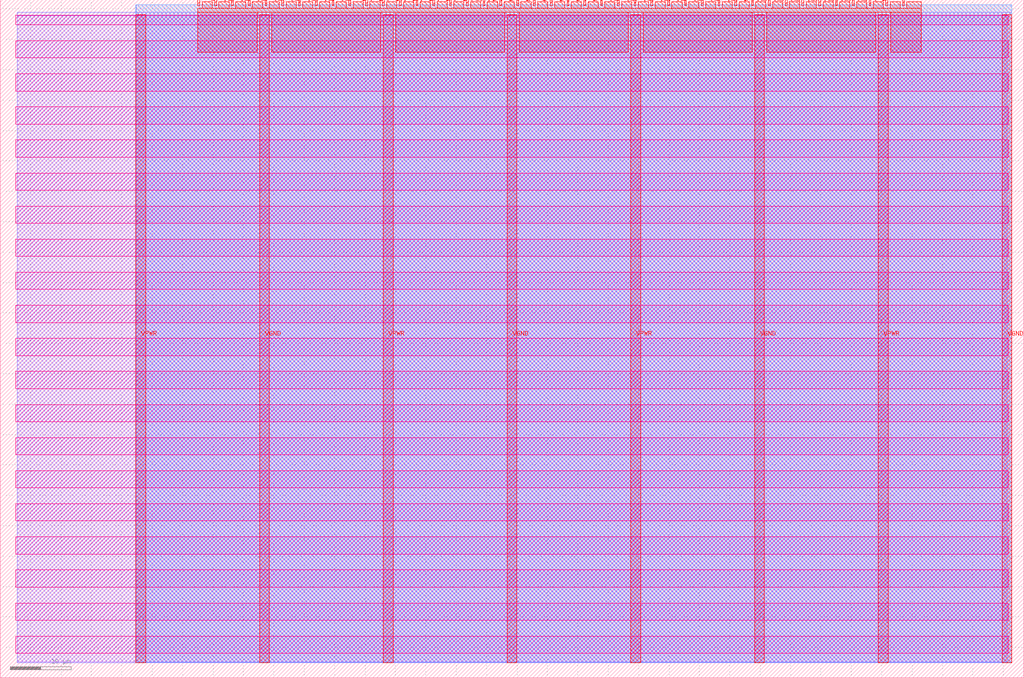
<source format=lef>
VERSION 5.7 ;
  NOWIREEXTENSIONATPIN ON ;
  DIVIDERCHAR "/" ;
  BUSBITCHARS "[]" ;
MACRO tt_um_seven_segment_seconds_ksandov4_dup
  CLASS BLOCK ;
  FOREIGN tt_um_seven_segment_seconds_ksandov4_dup ;
  ORIGIN 0.000 0.000 ;
  SIZE 168.360 BY 111.520 ;
  PIN VGND
    DIRECTION INOUT ;
    USE GROUND ;
    PORT
      LAYER met4 ;
        RECT 42.670 2.480 44.270 109.040 ;
    END
    PORT
      LAYER met4 ;
        RECT 83.380 2.480 84.980 109.040 ;
    END
    PORT
      LAYER met4 ;
        RECT 124.090 2.480 125.690 109.040 ;
    END
    PORT
      LAYER met4 ;
        RECT 164.800 2.480 166.400 109.040 ;
    END
  END VGND
  PIN VPWR
    DIRECTION INOUT ;
    USE POWER ;
    PORT
      LAYER met4 ;
        RECT 22.315 2.480 23.915 109.040 ;
    END
    PORT
      LAYER met4 ;
        RECT 63.025 2.480 64.625 109.040 ;
    END
    PORT
      LAYER met4 ;
        RECT 103.735 2.480 105.335 109.040 ;
    END
    PORT
      LAYER met4 ;
        RECT 144.445 2.480 146.045 109.040 ;
    END
  END VPWR
  PIN clk
    DIRECTION INPUT ;
    USE SIGNAL ;
    ANTENNAGATEAREA 0.852000 ;
    PORT
      LAYER met4 ;
        RECT 145.670 110.520 145.970 111.520 ;
    END
  END clk
  PIN ena
    DIRECTION INPUT ;
    USE SIGNAL ;
    ANTENNAGATEAREA 0.196500 ;
    PORT
      LAYER met4 ;
        RECT 148.430 110.520 148.730 111.520 ;
    END
  END ena
  PIN rst_n
    DIRECTION INPUT ;
    USE SIGNAL ;
    ANTENNAGATEAREA 0.213000 ;
    PORT
      LAYER met4 ;
        RECT 142.910 110.520 143.210 111.520 ;
    END
  END rst_n
  PIN ui_in[0]
    DIRECTION INPUT ;
    USE SIGNAL ;
    PORT
      LAYER met4 ;
        RECT 140.150 110.520 140.450 111.520 ;
    END
  END ui_in[0]
  PIN ui_in[1]
    DIRECTION INPUT ;
    USE SIGNAL ;
    PORT
      LAYER met4 ;
        RECT 137.390 110.520 137.690 111.520 ;
    END
  END ui_in[1]
  PIN ui_in[2]
    DIRECTION INPUT ;
    USE SIGNAL ;
    PORT
      LAYER met4 ;
        RECT 134.630 110.520 134.930 111.520 ;
    END
  END ui_in[2]
  PIN ui_in[3]
    DIRECTION INPUT ;
    USE SIGNAL ;
    PORT
      LAYER met4 ;
        RECT 131.870 110.520 132.170 111.520 ;
    END
  END ui_in[3]
  PIN ui_in[4]
    DIRECTION INPUT ;
    USE SIGNAL ;
    PORT
      LAYER met4 ;
        RECT 129.110 110.520 129.410 111.520 ;
    END
  END ui_in[4]
  PIN ui_in[5]
    DIRECTION INPUT ;
    USE SIGNAL ;
    PORT
      LAYER met4 ;
        RECT 126.350 110.520 126.650 111.520 ;
    END
  END ui_in[5]
  PIN ui_in[6]
    DIRECTION INPUT ;
    USE SIGNAL ;
    PORT
      LAYER met4 ;
        RECT 123.590 110.520 123.890 111.520 ;
    END
  END ui_in[6]
  PIN ui_in[7]
    DIRECTION INPUT ;
    USE SIGNAL ;
    PORT
      LAYER met4 ;
        RECT 120.830 110.520 121.130 111.520 ;
    END
  END ui_in[7]
  PIN uio_in[0]
    DIRECTION INPUT ;
    USE SIGNAL ;
    PORT
      LAYER met4 ;
        RECT 118.070 110.520 118.370 111.520 ;
    END
  END uio_in[0]
  PIN uio_in[1]
    DIRECTION INPUT ;
    USE SIGNAL ;
    PORT
      LAYER met4 ;
        RECT 115.310 110.520 115.610 111.520 ;
    END
  END uio_in[1]
  PIN uio_in[2]
    DIRECTION INPUT ;
    USE SIGNAL ;
    PORT
      LAYER met4 ;
        RECT 112.550 110.520 112.850 111.520 ;
    END
  END uio_in[2]
  PIN uio_in[3]
    DIRECTION INPUT ;
    USE SIGNAL ;
    PORT
      LAYER met4 ;
        RECT 109.790 110.520 110.090 111.520 ;
    END
  END uio_in[3]
  PIN uio_in[4]
    DIRECTION INPUT ;
    USE SIGNAL ;
    PORT
      LAYER met4 ;
        RECT 107.030 110.520 107.330 111.520 ;
    END
  END uio_in[4]
  PIN uio_in[5]
    DIRECTION INPUT ;
    USE SIGNAL ;
    PORT
      LAYER met4 ;
        RECT 104.270 110.520 104.570 111.520 ;
    END
  END uio_in[5]
  PIN uio_in[6]
    DIRECTION INPUT ;
    USE SIGNAL ;
    PORT
      LAYER met4 ;
        RECT 101.510 110.520 101.810 111.520 ;
    END
  END uio_in[6]
  PIN uio_in[7]
    DIRECTION INPUT ;
    USE SIGNAL ;
    PORT
      LAYER met4 ;
        RECT 98.750 110.520 99.050 111.520 ;
    END
  END uio_in[7]
  PIN uio_oe[0]
    DIRECTION OUTPUT TRISTATE ;
    USE SIGNAL ;
    PORT
      LAYER met4 ;
        RECT 51.830 110.520 52.130 111.520 ;
    END
  END uio_oe[0]
  PIN uio_oe[1]
    DIRECTION OUTPUT TRISTATE ;
    USE SIGNAL ;
    PORT
      LAYER met4 ;
        RECT 49.070 110.520 49.370 111.520 ;
    END
  END uio_oe[1]
  PIN uio_oe[2]
    DIRECTION OUTPUT TRISTATE ;
    USE SIGNAL ;
    PORT
      LAYER met4 ;
        RECT 46.310 110.520 46.610 111.520 ;
    END
  END uio_oe[2]
  PIN uio_oe[3]
    DIRECTION OUTPUT TRISTATE ;
    USE SIGNAL ;
    PORT
      LAYER met4 ;
        RECT 43.550 110.520 43.850 111.520 ;
    END
  END uio_oe[3]
  PIN uio_oe[4]
    DIRECTION OUTPUT TRISTATE ;
    USE SIGNAL ;
    PORT
      LAYER met4 ;
        RECT 40.790 110.520 41.090 111.520 ;
    END
  END uio_oe[4]
  PIN uio_oe[5]
    DIRECTION OUTPUT TRISTATE ;
    USE SIGNAL ;
    PORT
      LAYER met4 ;
        RECT 38.030 110.520 38.330 111.520 ;
    END
  END uio_oe[5]
  PIN uio_oe[6]
    DIRECTION OUTPUT TRISTATE ;
    USE SIGNAL ;
    PORT
      LAYER met4 ;
        RECT 35.270 110.520 35.570 111.520 ;
    END
  END uio_oe[6]
  PIN uio_oe[7]
    DIRECTION OUTPUT TRISTATE ;
    USE SIGNAL ;
    PORT
      LAYER met4 ;
        RECT 32.510 110.520 32.810 111.520 ;
    END
  END uio_oe[7]
  PIN uio_out[0]
    DIRECTION OUTPUT TRISTATE ;
    USE SIGNAL ;
    PORT
      LAYER met4 ;
        RECT 73.910 110.520 74.210 111.520 ;
    END
  END uio_out[0]
  PIN uio_out[1]
    DIRECTION OUTPUT TRISTATE ;
    USE SIGNAL ;
    PORT
      LAYER met4 ;
        RECT 71.150 110.520 71.450 111.520 ;
    END
  END uio_out[1]
  PIN uio_out[2]
    DIRECTION OUTPUT TRISTATE ;
    USE SIGNAL ;
    PORT
      LAYER met4 ;
        RECT 68.390 110.520 68.690 111.520 ;
    END
  END uio_out[2]
  PIN uio_out[3]
    DIRECTION OUTPUT TRISTATE ;
    USE SIGNAL ;
    PORT
      LAYER met4 ;
        RECT 65.630 110.520 65.930 111.520 ;
    END
  END uio_out[3]
  PIN uio_out[4]
    DIRECTION OUTPUT TRISTATE ;
    USE SIGNAL ;
    PORT
      LAYER met4 ;
        RECT 62.870 110.520 63.170 111.520 ;
    END
  END uio_out[4]
  PIN uio_out[5]
    DIRECTION OUTPUT TRISTATE ;
    USE SIGNAL ;
    PORT
      LAYER met4 ;
        RECT 60.110 110.520 60.410 111.520 ;
    END
  END uio_out[5]
  PIN uio_out[6]
    DIRECTION OUTPUT TRISTATE ;
    USE SIGNAL ;
    PORT
      LAYER met4 ;
        RECT 57.350 110.520 57.650 111.520 ;
    END
  END uio_out[6]
  PIN uio_out[7]
    DIRECTION OUTPUT TRISTATE ;
    USE SIGNAL ;
    PORT
      LAYER met4 ;
        RECT 54.590 110.520 54.890 111.520 ;
    END
  END uio_out[7]
  PIN uo_out[0]
    DIRECTION OUTPUT TRISTATE ;
    USE SIGNAL ;
    ANTENNADIFFAREA 0.445500 ;
    PORT
      LAYER met4 ;
        RECT 95.990 110.520 96.290 111.520 ;
    END
  END uo_out[0]
  PIN uo_out[1]
    DIRECTION OUTPUT TRISTATE ;
    USE SIGNAL ;
    ANTENNADIFFAREA 0.445500 ;
    PORT
      LAYER met4 ;
        RECT 93.230 110.520 93.530 111.520 ;
    END
  END uo_out[1]
  PIN uo_out[2]
    DIRECTION OUTPUT TRISTATE ;
    USE SIGNAL ;
    ANTENNADIFFAREA 0.445500 ;
    PORT
      LAYER met4 ;
        RECT 90.470 110.520 90.770 111.520 ;
    END
  END uo_out[2]
  PIN uo_out[3]
    DIRECTION OUTPUT TRISTATE ;
    USE SIGNAL ;
    ANTENNADIFFAREA 0.445500 ;
    PORT
      LAYER met4 ;
        RECT 87.710 110.520 88.010 111.520 ;
    END
  END uo_out[3]
  PIN uo_out[4]
    DIRECTION OUTPUT TRISTATE ;
    USE SIGNAL ;
    ANTENNADIFFAREA 0.445500 ;
    PORT
      LAYER met4 ;
        RECT 84.950 110.520 85.250 111.520 ;
    END
  END uo_out[4]
  PIN uo_out[5]
    DIRECTION OUTPUT TRISTATE ;
    USE SIGNAL ;
    ANTENNADIFFAREA 0.795200 ;
    PORT
      LAYER met4 ;
        RECT 82.190 110.520 82.490 111.520 ;
    END
  END uo_out[5]
  PIN uo_out[6]
    DIRECTION OUTPUT TRISTATE ;
    USE SIGNAL ;
    ANTENNADIFFAREA 0.445500 ;
    PORT
      LAYER met4 ;
        RECT 79.430 110.520 79.730 111.520 ;
    END
  END uo_out[6]
  PIN uo_out[7]
    DIRECTION OUTPUT TRISTATE ;
    USE SIGNAL ;
    ANTENNAGATEAREA 1.293000 ;
    ANTENNADIFFAREA 0.891000 ;
    PORT
      LAYER met4 ;
        RECT 76.670 110.520 76.970 111.520 ;
    END
  END uo_out[7]
  OBS
      LAYER nwell ;
        RECT 2.570 107.385 165.790 108.990 ;
        RECT 2.570 101.945 165.790 104.775 ;
        RECT 2.570 96.505 165.790 99.335 ;
        RECT 2.570 91.065 165.790 93.895 ;
        RECT 2.570 85.625 165.790 88.455 ;
        RECT 2.570 80.185 165.790 83.015 ;
        RECT 2.570 74.745 165.790 77.575 ;
        RECT 2.570 69.305 165.790 72.135 ;
        RECT 2.570 63.865 165.790 66.695 ;
        RECT 2.570 58.425 165.790 61.255 ;
        RECT 2.570 52.985 165.790 55.815 ;
        RECT 2.570 47.545 165.790 50.375 ;
        RECT 2.570 42.105 165.790 44.935 ;
        RECT 2.570 36.665 165.790 39.495 ;
        RECT 2.570 31.225 165.790 34.055 ;
        RECT 2.570 25.785 165.790 28.615 ;
        RECT 2.570 20.345 165.790 23.175 ;
        RECT 2.570 14.905 165.790 17.735 ;
        RECT 2.570 9.465 165.790 12.295 ;
        RECT 2.570 4.025 165.790 6.855 ;
      LAYER li1 ;
        RECT 2.760 2.635 165.600 108.885 ;
      LAYER met1 ;
        RECT 2.760 2.480 166.400 109.440 ;
      LAYER met2 ;
        RECT 22.345 2.535 166.370 110.685 ;
      LAYER met3 ;
        RECT 22.325 2.555 166.390 110.665 ;
      LAYER met4 ;
        RECT 33.210 110.120 34.870 111.170 ;
        RECT 35.970 110.120 37.630 111.170 ;
        RECT 38.730 110.120 40.390 111.170 ;
        RECT 41.490 110.120 43.150 111.170 ;
        RECT 44.250 110.120 45.910 111.170 ;
        RECT 47.010 110.120 48.670 111.170 ;
        RECT 49.770 110.120 51.430 111.170 ;
        RECT 52.530 110.120 54.190 111.170 ;
        RECT 55.290 110.120 56.950 111.170 ;
        RECT 58.050 110.120 59.710 111.170 ;
        RECT 60.810 110.120 62.470 111.170 ;
        RECT 63.570 110.120 65.230 111.170 ;
        RECT 66.330 110.120 67.990 111.170 ;
        RECT 69.090 110.120 70.750 111.170 ;
        RECT 71.850 110.120 73.510 111.170 ;
        RECT 74.610 110.120 76.270 111.170 ;
        RECT 77.370 110.120 79.030 111.170 ;
        RECT 80.130 110.120 81.790 111.170 ;
        RECT 82.890 110.120 84.550 111.170 ;
        RECT 85.650 110.120 87.310 111.170 ;
        RECT 88.410 110.120 90.070 111.170 ;
        RECT 91.170 110.120 92.830 111.170 ;
        RECT 93.930 110.120 95.590 111.170 ;
        RECT 96.690 110.120 98.350 111.170 ;
        RECT 99.450 110.120 101.110 111.170 ;
        RECT 102.210 110.120 103.870 111.170 ;
        RECT 104.970 110.120 106.630 111.170 ;
        RECT 107.730 110.120 109.390 111.170 ;
        RECT 110.490 110.120 112.150 111.170 ;
        RECT 113.250 110.120 114.910 111.170 ;
        RECT 116.010 110.120 117.670 111.170 ;
        RECT 118.770 110.120 120.430 111.170 ;
        RECT 121.530 110.120 123.190 111.170 ;
        RECT 124.290 110.120 125.950 111.170 ;
        RECT 127.050 110.120 128.710 111.170 ;
        RECT 129.810 110.120 131.470 111.170 ;
        RECT 132.570 110.120 134.230 111.170 ;
        RECT 135.330 110.120 136.990 111.170 ;
        RECT 138.090 110.120 139.750 111.170 ;
        RECT 140.850 110.120 142.510 111.170 ;
        RECT 143.610 110.120 145.270 111.170 ;
        RECT 146.370 110.120 148.030 111.170 ;
        RECT 149.130 110.120 151.505 111.170 ;
        RECT 32.495 109.440 151.505 110.120 ;
        RECT 32.495 102.855 42.270 109.440 ;
        RECT 44.670 102.855 62.625 109.440 ;
        RECT 65.025 102.855 82.980 109.440 ;
        RECT 85.380 102.855 103.335 109.440 ;
        RECT 105.735 102.855 123.690 109.440 ;
        RECT 126.090 102.855 144.045 109.440 ;
        RECT 146.445 102.855 151.505 109.440 ;
  END
END tt_um_seven_segment_seconds_ksandov4_dup
END LIBRARY


</source>
